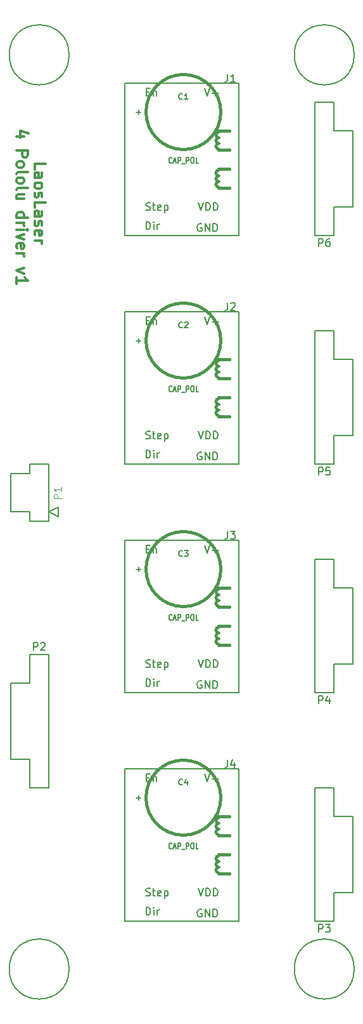
<source format=gto>
G04 (created by PCBNEW (2013-jul-07)-stable) date wo 25 feb 2015 16:47:35 CET*
%MOIN*%
G04 Gerber Fmt 3.4, Leading zero omitted, Abs format*
%FSLAX34Y34*%
G01*
G70*
G90*
G04 APERTURE LIST*
%ADD10C,0.00393701*%
%ADD11C,0.011811*%
%ADD12C,0.015*%
%ADD13C,0.005*%
%ADD14C,0.006*%
%ADD15C,0.0039*%
%ADD16C,0.0075*%
G04 APERTURE END LIST*
G54D10*
G54D11*
X7760Y-16003D02*
X7760Y-15722D01*
X8351Y-15722D01*
X7760Y-16453D02*
X8070Y-16453D01*
X8126Y-16425D01*
X8154Y-16368D01*
X8154Y-16256D01*
X8126Y-16200D01*
X7789Y-16453D02*
X7760Y-16397D01*
X7760Y-16256D01*
X7789Y-16200D01*
X7845Y-16172D01*
X7901Y-16172D01*
X7957Y-16200D01*
X7985Y-16256D01*
X7985Y-16397D01*
X8014Y-16453D01*
X7760Y-16818D02*
X7789Y-16762D01*
X7817Y-16734D01*
X7873Y-16706D01*
X8042Y-16706D01*
X8098Y-16734D01*
X8126Y-16762D01*
X8154Y-16818D01*
X8154Y-16903D01*
X8126Y-16959D01*
X8098Y-16987D01*
X8042Y-17015D01*
X7873Y-17015D01*
X7817Y-16987D01*
X7789Y-16959D01*
X7760Y-16903D01*
X7760Y-16818D01*
X7789Y-17240D02*
X7760Y-17296D01*
X7760Y-17409D01*
X7789Y-17465D01*
X7845Y-17493D01*
X7873Y-17493D01*
X7929Y-17465D01*
X7957Y-17409D01*
X7957Y-17325D01*
X7985Y-17268D01*
X8042Y-17240D01*
X8070Y-17240D01*
X8126Y-17268D01*
X8154Y-17325D01*
X8154Y-17409D01*
X8126Y-17465D01*
X7760Y-18028D02*
X7760Y-17746D01*
X8351Y-17746D01*
X7760Y-18478D02*
X8070Y-18478D01*
X8126Y-18449D01*
X8154Y-18393D01*
X8154Y-18281D01*
X8126Y-18224D01*
X7789Y-18478D02*
X7760Y-18421D01*
X7760Y-18281D01*
X7789Y-18224D01*
X7845Y-18196D01*
X7901Y-18196D01*
X7957Y-18224D01*
X7985Y-18281D01*
X7985Y-18421D01*
X8014Y-18478D01*
X7789Y-18731D02*
X7760Y-18787D01*
X7760Y-18899D01*
X7789Y-18956D01*
X7845Y-18984D01*
X7873Y-18984D01*
X7929Y-18956D01*
X7957Y-18899D01*
X7957Y-18815D01*
X7985Y-18759D01*
X8042Y-18731D01*
X8070Y-18731D01*
X8126Y-18759D01*
X8154Y-18815D01*
X8154Y-18899D01*
X8126Y-18956D01*
X7789Y-19462D02*
X7760Y-19406D01*
X7760Y-19293D01*
X7789Y-19237D01*
X7845Y-19209D01*
X8070Y-19209D01*
X8126Y-19237D01*
X8154Y-19293D01*
X8154Y-19406D01*
X8126Y-19462D01*
X8070Y-19490D01*
X8014Y-19490D01*
X7957Y-19209D01*
X7760Y-19743D02*
X8154Y-19743D01*
X8042Y-19743D02*
X8098Y-19771D01*
X8126Y-19799D01*
X8154Y-19856D01*
X8154Y-19912D01*
X7209Y-14273D02*
X6816Y-14273D01*
X7434Y-14133D02*
X7012Y-13992D01*
X7012Y-14358D01*
X6816Y-15033D02*
X7406Y-15033D01*
X7406Y-15258D01*
X7378Y-15314D01*
X7350Y-15342D01*
X7294Y-15370D01*
X7209Y-15370D01*
X7153Y-15342D01*
X7125Y-15314D01*
X7097Y-15258D01*
X7097Y-15033D01*
X6816Y-15708D02*
X6844Y-15651D01*
X6872Y-15623D01*
X6928Y-15595D01*
X7097Y-15595D01*
X7153Y-15623D01*
X7181Y-15651D01*
X7209Y-15708D01*
X7209Y-15792D01*
X7181Y-15848D01*
X7153Y-15876D01*
X7097Y-15904D01*
X6928Y-15904D01*
X6872Y-15876D01*
X6844Y-15848D01*
X6816Y-15792D01*
X6816Y-15708D01*
X6816Y-16242D02*
X6844Y-16186D01*
X6900Y-16158D01*
X7406Y-16158D01*
X6816Y-16551D02*
X6844Y-16495D01*
X6872Y-16467D01*
X6928Y-16439D01*
X7097Y-16439D01*
X7153Y-16467D01*
X7181Y-16495D01*
X7209Y-16551D01*
X7209Y-16636D01*
X7181Y-16692D01*
X7153Y-16720D01*
X7097Y-16748D01*
X6928Y-16748D01*
X6872Y-16720D01*
X6844Y-16692D01*
X6816Y-16636D01*
X6816Y-16551D01*
X6816Y-17086D02*
X6844Y-17029D01*
X6900Y-17001D01*
X7406Y-17001D01*
X7209Y-17564D02*
X6816Y-17564D01*
X7209Y-17311D02*
X6900Y-17311D01*
X6844Y-17339D01*
X6816Y-17395D01*
X6816Y-17479D01*
X6844Y-17535D01*
X6872Y-17564D01*
X6816Y-18548D02*
X7406Y-18548D01*
X6844Y-18548D02*
X6816Y-18492D01*
X6816Y-18379D01*
X6844Y-18323D01*
X6872Y-18295D01*
X6928Y-18267D01*
X7097Y-18267D01*
X7153Y-18295D01*
X7181Y-18323D01*
X7209Y-18379D01*
X7209Y-18492D01*
X7181Y-18548D01*
X6816Y-18829D02*
X7209Y-18829D01*
X7097Y-18829D02*
X7153Y-18857D01*
X7181Y-18885D01*
X7209Y-18942D01*
X7209Y-18998D01*
X6816Y-19195D02*
X7209Y-19195D01*
X7406Y-19195D02*
X7378Y-19167D01*
X7350Y-19195D01*
X7378Y-19223D01*
X7406Y-19195D01*
X7350Y-19195D01*
X7209Y-19420D02*
X6816Y-19560D01*
X7209Y-19701D01*
X6844Y-20151D02*
X6816Y-20095D01*
X6816Y-19982D01*
X6844Y-19926D01*
X6900Y-19898D01*
X7125Y-19898D01*
X7181Y-19926D01*
X7209Y-19982D01*
X7209Y-20095D01*
X7181Y-20151D01*
X7125Y-20179D01*
X7069Y-20179D01*
X7012Y-19898D01*
X6816Y-20432D02*
X7209Y-20432D01*
X7097Y-20432D02*
X7153Y-20460D01*
X7181Y-20488D01*
X7209Y-20544D01*
X7209Y-20601D01*
X7209Y-21191D02*
X6816Y-21332D01*
X7209Y-21473D01*
X6816Y-22007D02*
X6816Y-21669D01*
X6816Y-21838D02*
X7406Y-21838D01*
X7322Y-21782D01*
X7266Y-21726D01*
X7237Y-21669D01*
G54D12*
X18000Y-26000D02*
X17450Y-26000D01*
X17450Y-27000D02*
X18000Y-27000D01*
X17300Y-26800D02*
G75*
G03X17450Y-26950I150J0D01*
G74*
G01*
X17450Y-26650D02*
G75*
G03X17300Y-26800I0J-150D01*
G74*
G01*
X17300Y-26500D02*
G75*
G03X17450Y-26650I150J0D01*
G74*
G01*
X17450Y-26350D02*
G75*
G03X17300Y-26500I0J-150D01*
G74*
G01*
X17300Y-26200D02*
G75*
G03X17450Y-26350I150J0D01*
G74*
G01*
X17450Y-26050D02*
G75*
G03X17300Y-26200I0J-150D01*
G74*
G01*
X17450Y-28050D02*
G75*
G03X17300Y-28200I0J-150D01*
G74*
G01*
X17300Y-28200D02*
G75*
G03X17450Y-28350I150J0D01*
G74*
G01*
X17450Y-28350D02*
G75*
G03X17300Y-28500I0J-150D01*
G74*
G01*
X17300Y-28500D02*
G75*
G03X17450Y-28650I150J0D01*
G74*
G01*
X17450Y-28650D02*
G75*
G03X17300Y-28800I0J-150D01*
G74*
G01*
X17300Y-28800D02*
G75*
G03X17450Y-28950I150J0D01*
G74*
G01*
X17450Y-29000D02*
X18000Y-29000D01*
X18000Y-28000D02*
X17450Y-28000D01*
G54D13*
X12500Y-23500D02*
X18500Y-23500D01*
X18500Y-23500D02*
X18500Y-31500D01*
X18500Y-31500D02*
X12500Y-31500D01*
X12500Y-31500D02*
X12500Y-23500D01*
G54D12*
X18000Y-38000D02*
X17450Y-38000D01*
X17450Y-39000D02*
X18000Y-39000D01*
X17300Y-38800D02*
G75*
G03X17450Y-38950I150J0D01*
G74*
G01*
X17450Y-38650D02*
G75*
G03X17300Y-38800I0J-150D01*
G74*
G01*
X17300Y-38500D02*
G75*
G03X17450Y-38650I150J0D01*
G74*
G01*
X17450Y-38350D02*
G75*
G03X17300Y-38500I0J-150D01*
G74*
G01*
X17300Y-38200D02*
G75*
G03X17450Y-38350I150J0D01*
G74*
G01*
X17450Y-38050D02*
G75*
G03X17300Y-38200I0J-150D01*
G74*
G01*
X17450Y-40050D02*
G75*
G03X17300Y-40200I0J-150D01*
G74*
G01*
X17300Y-40200D02*
G75*
G03X17450Y-40350I150J0D01*
G74*
G01*
X17450Y-40350D02*
G75*
G03X17300Y-40500I0J-150D01*
G74*
G01*
X17300Y-40500D02*
G75*
G03X17450Y-40650I150J0D01*
G74*
G01*
X17450Y-40650D02*
G75*
G03X17300Y-40800I0J-150D01*
G74*
G01*
X17300Y-40800D02*
G75*
G03X17450Y-40950I150J0D01*
G74*
G01*
X17450Y-41000D02*
X18000Y-41000D01*
X18000Y-40000D02*
X17450Y-40000D01*
G54D13*
X12500Y-35500D02*
X18500Y-35500D01*
X18500Y-35500D02*
X18500Y-43500D01*
X18500Y-43500D02*
X12500Y-43500D01*
X12500Y-43500D02*
X12500Y-35500D01*
G54D12*
X18000Y-50000D02*
X17450Y-50000D01*
X17450Y-51000D02*
X18000Y-51000D01*
X17300Y-50800D02*
G75*
G03X17450Y-50950I150J0D01*
G74*
G01*
X17450Y-50650D02*
G75*
G03X17300Y-50800I0J-150D01*
G74*
G01*
X17300Y-50500D02*
G75*
G03X17450Y-50650I150J0D01*
G74*
G01*
X17450Y-50350D02*
G75*
G03X17300Y-50500I0J-150D01*
G74*
G01*
X17300Y-50200D02*
G75*
G03X17450Y-50350I150J0D01*
G74*
G01*
X17450Y-50050D02*
G75*
G03X17300Y-50200I0J-150D01*
G74*
G01*
X17450Y-52050D02*
G75*
G03X17300Y-52200I0J-150D01*
G74*
G01*
X17300Y-52200D02*
G75*
G03X17450Y-52350I150J0D01*
G74*
G01*
X17450Y-52350D02*
G75*
G03X17300Y-52500I0J-150D01*
G74*
G01*
X17300Y-52500D02*
G75*
G03X17450Y-52650I150J0D01*
G74*
G01*
X17450Y-52650D02*
G75*
G03X17300Y-52800I0J-150D01*
G74*
G01*
X17300Y-52800D02*
G75*
G03X17450Y-52950I150J0D01*
G74*
G01*
X17450Y-53000D02*
X18000Y-53000D01*
X18000Y-52000D02*
X17450Y-52000D01*
G54D13*
X12500Y-47500D02*
X18500Y-47500D01*
X18500Y-47500D02*
X18500Y-55500D01*
X18500Y-55500D02*
X12500Y-55500D01*
X12500Y-55500D02*
X12500Y-47500D01*
G54D12*
X18000Y-14000D02*
X17450Y-14000D01*
X17450Y-15000D02*
X18000Y-15000D01*
X17300Y-14800D02*
G75*
G03X17450Y-14950I150J0D01*
G74*
G01*
X17450Y-14650D02*
G75*
G03X17300Y-14800I0J-150D01*
G74*
G01*
X17300Y-14500D02*
G75*
G03X17450Y-14650I150J0D01*
G74*
G01*
X17450Y-14350D02*
G75*
G03X17300Y-14500I0J-150D01*
G74*
G01*
X17300Y-14200D02*
G75*
G03X17450Y-14350I150J0D01*
G74*
G01*
X17450Y-14050D02*
G75*
G03X17300Y-14200I0J-150D01*
G74*
G01*
X17450Y-16050D02*
G75*
G03X17300Y-16200I0J-150D01*
G74*
G01*
X17300Y-16200D02*
G75*
G03X17450Y-16350I150J0D01*
G74*
G01*
X17450Y-16350D02*
G75*
G03X17300Y-16500I0J-150D01*
G74*
G01*
X17300Y-16500D02*
G75*
G03X17450Y-16650I150J0D01*
G74*
G01*
X17450Y-16650D02*
G75*
G03X17300Y-16800I0J-150D01*
G74*
G01*
X17300Y-16800D02*
G75*
G03X17450Y-16950I150J0D01*
G74*
G01*
X17450Y-17000D02*
X18000Y-17000D01*
X18000Y-16000D02*
X17450Y-16000D01*
G54D13*
X12500Y-11500D02*
X18500Y-11500D01*
X18500Y-11500D02*
X18500Y-19500D01*
X18500Y-19500D02*
X12500Y-19500D01*
X12500Y-19500D02*
X12500Y-11500D01*
G54D14*
X24575Y-58000D02*
G75*
G03X24575Y-58000I-1575J0D01*
G74*
G01*
X9575Y-58000D02*
G75*
G03X9575Y-58000I-1575J0D01*
G74*
G01*
X24575Y-10000D02*
G75*
G03X24575Y-10000I-1575J0D01*
G74*
G01*
X9575Y-10000D02*
G75*
G03X9575Y-10000I-1575J0D01*
G74*
G01*
G54D13*
X7500Y-43000D02*
X7500Y-41500D01*
X7500Y-48500D02*
X7500Y-47000D01*
X7500Y-43000D02*
X6500Y-43000D01*
X6500Y-43000D02*
X6500Y-47000D01*
X6500Y-47000D02*
X7500Y-47000D01*
X8500Y-48500D02*
X8500Y-41500D01*
X7500Y-41500D02*
X8500Y-41500D01*
X7500Y-48500D02*
X8500Y-48500D01*
X23500Y-54000D02*
X23500Y-55500D01*
X23500Y-48500D02*
X23500Y-50000D01*
X23500Y-54000D02*
X24500Y-54000D01*
X24500Y-54000D02*
X24500Y-50000D01*
X24500Y-50000D02*
X23500Y-50000D01*
X22500Y-48500D02*
X22500Y-55500D01*
X23500Y-55500D02*
X22500Y-55500D01*
X23500Y-48500D02*
X22500Y-48500D01*
X23500Y-42000D02*
X23500Y-43500D01*
X23500Y-36500D02*
X23500Y-38000D01*
X23500Y-42000D02*
X24500Y-42000D01*
X24500Y-42000D02*
X24500Y-38000D01*
X24500Y-38000D02*
X23500Y-38000D01*
X22500Y-36500D02*
X22500Y-43500D01*
X23500Y-43500D02*
X22500Y-43500D01*
X23500Y-36500D02*
X22500Y-36500D01*
X23500Y-30000D02*
X23500Y-31500D01*
X23500Y-24500D02*
X23500Y-26000D01*
X23500Y-30000D02*
X24500Y-30000D01*
X24500Y-30000D02*
X24500Y-26000D01*
X24500Y-26000D02*
X23500Y-26000D01*
X22500Y-24500D02*
X22500Y-31500D01*
X23500Y-31500D02*
X22500Y-31500D01*
X23500Y-24500D02*
X22500Y-24500D01*
X23500Y-18000D02*
X23500Y-19500D01*
X23500Y-12500D02*
X23500Y-14000D01*
X23500Y-18000D02*
X24500Y-18000D01*
X24500Y-18000D02*
X24500Y-14000D01*
X24500Y-14000D02*
X23500Y-14000D01*
X22500Y-12500D02*
X22500Y-19500D01*
X23500Y-19500D02*
X22500Y-19500D01*
X23500Y-12500D02*
X22500Y-12500D01*
X8500Y-34500D02*
X8500Y-31500D01*
X8500Y-31500D02*
X7500Y-31500D01*
X7500Y-31500D02*
X7500Y-32000D01*
X7500Y-32000D02*
X6500Y-32000D01*
X6500Y-32000D02*
X6500Y-34000D01*
X6500Y-34000D02*
X7500Y-34000D01*
X7500Y-34000D02*
X7500Y-34500D01*
X7500Y-34500D02*
X8500Y-34500D01*
G54D14*
X8500Y-34000D02*
X9000Y-34250D01*
X9000Y-34250D02*
X9000Y-33750D01*
X9000Y-33750D02*
X8500Y-34000D01*
G54D12*
X17559Y-13000D02*
G75*
G03X17559Y-13000I-1969J0D01*
G74*
G01*
X17559Y-25000D02*
G75*
G03X17559Y-25000I-1969J0D01*
G74*
G01*
X17559Y-37000D02*
G75*
G03X17559Y-37000I-1969J0D01*
G74*
G01*
X17559Y-49000D02*
G75*
G03X17559Y-49000I-1969J0D01*
G74*
G01*
G54D14*
X17916Y-23011D02*
X17916Y-23297D01*
X17897Y-23354D01*
X17859Y-23392D01*
X17802Y-23411D01*
X17764Y-23411D01*
X18088Y-23050D02*
X18107Y-23030D01*
X18145Y-23011D01*
X18240Y-23011D01*
X18278Y-23030D01*
X18297Y-23050D01*
X18316Y-23088D01*
X18316Y-23126D01*
X18297Y-23183D01*
X18069Y-23411D01*
X18316Y-23411D01*
X16719Y-23761D02*
X16852Y-24161D01*
X16985Y-23761D01*
X17119Y-24009D02*
X17423Y-24009D01*
X17271Y-24161D02*
X17271Y-23857D01*
X16366Y-29761D02*
X16500Y-30161D01*
X16633Y-29761D01*
X16766Y-30161D02*
X16766Y-29761D01*
X16861Y-29761D01*
X16919Y-29780D01*
X16957Y-29819D01*
X16976Y-29857D01*
X16995Y-29933D01*
X16995Y-29990D01*
X16976Y-30066D01*
X16957Y-30104D01*
X16919Y-30142D01*
X16861Y-30161D01*
X16766Y-30161D01*
X17166Y-30161D02*
X17166Y-29761D01*
X17261Y-29761D01*
X17319Y-29780D01*
X17357Y-29819D01*
X17376Y-29857D01*
X17395Y-29933D01*
X17395Y-29990D01*
X17376Y-30066D01*
X17357Y-30104D01*
X17319Y-30142D01*
X17261Y-30161D01*
X17166Y-30161D01*
X16545Y-30880D02*
X16507Y-30861D01*
X16450Y-30861D01*
X16392Y-30880D01*
X16354Y-30919D01*
X16335Y-30957D01*
X16316Y-31033D01*
X16316Y-31090D01*
X16335Y-31166D01*
X16354Y-31204D01*
X16392Y-31242D01*
X16450Y-31261D01*
X16488Y-31261D01*
X16545Y-31242D01*
X16564Y-31223D01*
X16564Y-31090D01*
X16488Y-31090D01*
X16735Y-31261D02*
X16735Y-30861D01*
X16964Y-31261D01*
X16964Y-30861D01*
X17154Y-31261D02*
X17154Y-30861D01*
X17250Y-30861D01*
X17307Y-30880D01*
X17345Y-30919D01*
X17364Y-30957D01*
X17383Y-31033D01*
X17383Y-31090D01*
X17364Y-31166D01*
X17345Y-31204D01*
X17307Y-31242D01*
X17250Y-31261D01*
X17154Y-31261D01*
X13626Y-31161D02*
X13626Y-30761D01*
X13721Y-30761D01*
X13778Y-30780D01*
X13816Y-30819D01*
X13835Y-30857D01*
X13854Y-30933D01*
X13854Y-30990D01*
X13835Y-31066D01*
X13816Y-31104D01*
X13778Y-31142D01*
X13721Y-31161D01*
X13626Y-31161D01*
X14026Y-31161D02*
X14026Y-30895D01*
X14026Y-30761D02*
X14007Y-30780D01*
X14026Y-30800D01*
X14045Y-30780D01*
X14026Y-30761D01*
X14026Y-30800D01*
X14216Y-31161D02*
X14216Y-30895D01*
X14216Y-30971D02*
X14235Y-30933D01*
X14254Y-30914D01*
X14292Y-30895D01*
X14330Y-30895D01*
X13619Y-30142D02*
X13676Y-30161D01*
X13771Y-30161D01*
X13809Y-30142D01*
X13828Y-30123D01*
X13847Y-30085D01*
X13847Y-30047D01*
X13828Y-30009D01*
X13809Y-29990D01*
X13771Y-29971D01*
X13695Y-29952D01*
X13657Y-29933D01*
X13638Y-29914D01*
X13619Y-29876D01*
X13619Y-29838D01*
X13638Y-29800D01*
X13657Y-29780D01*
X13695Y-29761D01*
X13790Y-29761D01*
X13847Y-29780D01*
X13961Y-29895D02*
X14114Y-29895D01*
X14019Y-29761D02*
X14019Y-30104D01*
X14038Y-30142D01*
X14076Y-30161D01*
X14114Y-30161D01*
X14400Y-30142D02*
X14361Y-30161D01*
X14285Y-30161D01*
X14247Y-30142D01*
X14228Y-30104D01*
X14228Y-29952D01*
X14247Y-29914D01*
X14285Y-29895D01*
X14361Y-29895D01*
X14400Y-29914D01*
X14419Y-29952D01*
X14419Y-29990D01*
X14228Y-30028D01*
X14590Y-29895D02*
X14590Y-30295D01*
X14590Y-29914D02*
X14628Y-29895D01*
X14704Y-29895D01*
X14742Y-29914D01*
X14761Y-29933D01*
X14780Y-29971D01*
X14780Y-30085D01*
X14761Y-30123D01*
X14742Y-30142D01*
X14704Y-30161D01*
X14628Y-30161D01*
X14590Y-30142D01*
X13633Y-23952D02*
X13766Y-23952D01*
X13823Y-24161D02*
X13633Y-24161D01*
X13633Y-23761D01*
X13823Y-23761D01*
X13995Y-23895D02*
X13995Y-24161D01*
X13995Y-23933D02*
X14014Y-23914D01*
X14052Y-23895D01*
X14109Y-23895D01*
X14147Y-23914D01*
X14166Y-23952D01*
X14166Y-24161D01*
X17916Y-35011D02*
X17916Y-35297D01*
X17897Y-35354D01*
X17859Y-35392D01*
X17802Y-35411D01*
X17764Y-35411D01*
X18069Y-35011D02*
X18316Y-35011D01*
X18183Y-35164D01*
X18240Y-35164D01*
X18278Y-35183D01*
X18297Y-35202D01*
X18316Y-35240D01*
X18316Y-35335D01*
X18297Y-35373D01*
X18278Y-35392D01*
X18240Y-35411D01*
X18126Y-35411D01*
X18088Y-35392D01*
X18069Y-35373D01*
X16719Y-35761D02*
X16852Y-36161D01*
X16985Y-35761D01*
X17119Y-36009D02*
X17423Y-36009D01*
X17271Y-36161D02*
X17271Y-35857D01*
X16366Y-41761D02*
X16500Y-42161D01*
X16633Y-41761D01*
X16766Y-42161D02*
X16766Y-41761D01*
X16861Y-41761D01*
X16919Y-41780D01*
X16957Y-41819D01*
X16976Y-41857D01*
X16995Y-41933D01*
X16995Y-41990D01*
X16976Y-42066D01*
X16957Y-42104D01*
X16919Y-42142D01*
X16861Y-42161D01*
X16766Y-42161D01*
X17166Y-42161D02*
X17166Y-41761D01*
X17261Y-41761D01*
X17319Y-41780D01*
X17357Y-41819D01*
X17376Y-41857D01*
X17395Y-41933D01*
X17395Y-41990D01*
X17376Y-42066D01*
X17357Y-42104D01*
X17319Y-42142D01*
X17261Y-42161D01*
X17166Y-42161D01*
X16545Y-42880D02*
X16507Y-42861D01*
X16450Y-42861D01*
X16392Y-42880D01*
X16354Y-42919D01*
X16335Y-42957D01*
X16316Y-43033D01*
X16316Y-43090D01*
X16335Y-43166D01*
X16354Y-43204D01*
X16392Y-43242D01*
X16450Y-43261D01*
X16488Y-43261D01*
X16545Y-43242D01*
X16564Y-43223D01*
X16564Y-43090D01*
X16488Y-43090D01*
X16735Y-43261D02*
X16735Y-42861D01*
X16964Y-43261D01*
X16964Y-42861D01*
X17154Y-43261D02*
X17154Y-42861D01*
X17250Y-42861D01*
X17307Y-42880D01*
X17345Y-42919D01*
X17364Y-42957D01*
X17383Y-43033D01*
X17383Y-43090D01*
X17364Y-43166D01*
X17345Y-43204D01*
X17307Y-43242D01*
X17250Y-43261D01*
X17154Y-43261D01*
X13626Y-43161D02*
X13626Y-42761D01*
X13721Y-42761D01*
X13778Y-42780D01*
X13816Y-42819D01*
X13835Y-42857D01*
X13854Y-42933D01*
X13854Y-42990D01*
X13835Y-43066D01*
X13816Y-43104D01*
X13778Y-43142D01*
X13721Y-43161D01*
X13626Y-43161D01*
X14026Y-43161D02*
X14026Y-42895D01*
X14026Y-42761D02*
X14007Y-42780D01*
X14026Y-42800D01*
X14045Y-42780D01*
X14026Y-42761D01*
X14026Y-42800D01*
X14216Y-43161D02*
X14216Y-42895D01*
X14216Y-42971D02*
X14235Y-42933D01*
X14254Y-42914D01*
X14292Y-42895D01*
X14330Y-42895D01*
X13619Y-42142D02*
X13676Y-42161D01*
X13771Y-42161D01*
X13809Y-42142D01*
X13828Y-42123D01*
X13847Y-42085D01*
X13847Y-42047D01*
X13828Y-42009D01*
X13809Y-41990D01*
X13771Y-41971D01*
X13695Y-41952D01*
X13657Y-41933D01*
X13638Y-41914D01*
X13619Y-41876D01*
X13619Y-41838D01*
X13638Y-41800D01*
X13657Y-41780D01*
X13695Y-41761D01*
X13790Y-41761D01*
X13847Y-41780D01*
X13961Y-41895D02*
X14114Y-41895D01*
X14019Y-41761D02*
X14019Y-42104D01*
X14038Y-42142D01*
X14076Y-42161D01*
X14114Y-42161D01*
X14400Y-42142D02*
X14361Y-42161D01*
X14285Y-42161D01*
X14247Y-42142D01*
X14228Y-42104D01*
X14228Y-41952D01*
X14247Y-41914D01*
X14285Y-41895D01*
X14361Y-41895D01*
X14400Y-41914D01*
X14419Y-41952D01*
X14419Y-41990D01*
X14228Y-42028D01*
X14590Y-41895D02*
X14590Y-42295D01*
X14590Y-41914D02*
X14628Y-41895D01*
X14704Y-41895D01*
X14742Y-41914D01*
X14761Y-41933D01*
X14780Y-41971D01*
X14780Y-42085D01*
X14761Y-42123D01*
X14742Y-42142D01*
X14704Y-42161D01*
X14628Y-42161D01*
X14590Y-42142D01*
X13633Y-35952D02*
X13766Y-35952D01*
X13823Y-36161D02*
X13633Y-36161D01*
X13633Y-35761D01*
X13823Y-35761D01*
X13995Y-35895D02*
X13995Y-36161D01*
X13995Y-35933D02*
X14014Y-35914D01*
X14052Y-35895D01*
X14109Y-35895D01*
X14147Y-35914D01*
X14166Y-35952D01*
X14166Y-36161D01*
X17916Y-47011D02*
X17916Y-47297D01*
X17897Y-47354D01*
X17859Y-47392D01*
X17802Y-47411D01*
X17764Y-47411D01*
X18278Y-47145D02*
X18278Y-47411D01*
X18183Y-46992D02*
X18088Y-47278D01*
X18335Y-47278D01*
X16719Y-47761D02*
X16852Y-48161D01*
X16985Y-47761D01*
X17119Y-48009D02*
X17423Y-48009D01*
X17271Y-48161D02*
X17271Y-47857D01*
X16366Y-53761D02*
X16500Y-54161D01*
X16633Y-53761D01*
X16766Y-54161D02*
X16766Y-53761D01*
X16861Y-53761D01*
X16919Y-53780D01*
X16957Y-53819D01*
X16976Y-53857D01*
X16995Y-53933D01*
X16995Y-53990D01*
X16976Y-54066D01*
X16957Y-54104D01*
X16919Y-54142D01*
X16861Y-54161D01*
X16766Y-54161D01*
X17166Y-54161D02*
X17166Y-53761D01*
X17261Y-53761D01*
X17319Y-53780D01*
X17357Y-53819D01*
X17376Y-53857D01*
X17395Y-53933D01*
X17395Y-53990D01*
X17376Y-54066D01*
X17357Y-54104D01*
X17319Y-54142D01*
X17261Y-54161D01*
X17166Y-54161D01*
X16545Y-54880D02*
X16507Y-54861D01*
X16450Y-54861D01*
X16392Y-54880D01*
X16354Y-54919D01*
X16335Y-54957D01*
X16316Y-55033D01*
X16316Y-55090D01*
X16335Y-55166D01*
X16354Y-55204D01*
X16392Y-55242D01*
X16450Y-55261D01*
X16488Y-55261D01*
X16545Y-55242D01*
X16564Y-55223D01*
X16564Y-55090D01*
X16488Y-55090D01*
X16735Y-55261D02*
X16735Y-54861D01*
X16964Y-55261D01*
X16964Y-54861D01*
X17154Y-55261D02*
X17154Y-54861D01*
X17250Y-54861D01*
X17307Y-54880D01*
X17345Y-54919D01*
X17364Y-54957D01*
X17383Y-55033D01*
X17383Y-55090D01*
X17364Y-55166D01*
X17345Y-55204D01*
X17307Y-55242D01*
X17250Y-55261D01*
X17154Y-55261D01*
X13626Y-55161D02*
X13626Y-54761D01*
X13721Y-54761D01*
X13778Y-54780D01*
X13816Y-54819D01*
X13835Y-54857D01*
X13854Y-54933D01*
X13854Y-54990D01*
X13835Y-55066D01*
X13816Y-55104D01*
X13778Y-55142D01*
X13721Y-55161D01*
X13626Y-55161D01*
X14026Y-55161D02*
X14026Y-54895D01*
X14026Y-54761D02*
X14007Y-54780D01*
X14026Y-54800D01*
X14045Y-54780D01*
X14026Y-54761D01*
X14026Y-54800D01*
X14216Y-55161D02*
X14216Y-54895D01*
X14216Y-54971D02*
X14235Y-54933D01*
X14254Y-54914D01*
X14292Y-54895D01*
X14330Y-54895D01*
X13619Y-54142D02*
X13676Y-54161D01*
X13771Y-54161D01*
X13809Y-54142D01*
X13828Y-54123D01*
X13847Y-54085D01*
X13847Y-54047D01*
X13828Y-54009D01*
X13809Y-53990D01*
X13771Y-53971D01*
X13695Y-53952D01*
X13657Y-53933D01*
X13638Y-53914D01*
X13619Y-53876D01*
X13619Y-53838D01*
X13638Y-53800D01*
X13657Y-53780D01*
X13695Y-53761D01*
X13790Y-53761D01*
X13847Y-53780D01*
X13961Y-53895D02*
X14114Y-53895D01*
X14019Y-53761D02*
X14019Y-54104D01*
X14038Y-54142D01*
X14076Y-54161D01*
X14114Y-54161D01*
X14400Y-54142D02*
X14361Y-54161D01*
X14285Y-54161D01*
X14247Y-54142D01*
X14228Y-54104D01*
X14228Y-53952D01*
X14247Y-53914D01*
X14285Y-53895D01*
X14361Y-53895D01*
X14400Y-53914D01*
X14419Y-53952D01*
X14419Y-53990D01*
X14228Y-54028D01*
X14590Y-53895D02*
X14590Y-54295D01*
X14590Y-53914D02*
X14628Y-53895D01*
X14704Y-53895D01*
X14742Y-53914D01*
X14761Y-53933D01*
X14780Y-53971D01*
X14780Y-54085D01*
X14761Y-54123D01*
X14742Y-54142D01*
X14704Y-54161D01*
X14628Y-54161D01*
X14590Y-54142D01*
X13633Y-47952D02*
X13766Y-47952D01*
X13823Y-48161D02*
X13633Y-48161D01*
X13633Y-47761D01*
X13823Y-47761D01*
X13995Y-47895D02*
X13995Y-48161D01*
X13995Y-47933D02*
X14014Y-47914D01*
X14052Y-47895D01*
X14109Y-47895D01*
X14147Y-47914D01*
X14166Y-47952D01*
X14166Y-48161D01*
X17916Y-11011D02*
X17916Y-11297D01*
X17897Y-11354D01*
X17859Y-11392D01*
X17802Y-11411D01*
X17764Y-11411D01*
X18316Y-11411D02*
X18088Y-11411D01*
X18202Y-11411D02*
X18202Y-11011D01*
X18164Y-11069D01*
X18126Y-11107D01*
X18088Y-11126D01*
X16719Y-11761D02*
X16852Y-12161D01*
X16985Y-11761D01*
X17119Y-12009D02*
X17423Y-12009D01*
X17271Y-12161D02*
X17271Y-11857D01*
X16366Y-17761D02*
X16500Y-18161D01*
X16633Y-17761D01*
X16766Y-18161D02*
X16766Y-17761D01*
X16861Y-17761D01*
X16919Y-17780D01*
X16957Y-17819D01*
X16976Y-17857D01*
X16995Y-17933D01*
X16995Y-17990D01*
X16976Y-18066D01*
X16957Y-18104D01*
X16919Y-18142D01*
X16861Y-18161D01*
X16766Y-18161D01*
X17166Y-18161D02*
X17166Y-17761D01*
X17261Y-17761D01*
X17319Y-17780D01*
X17357Y-17819D01*
X17376Y-17857D01*
X17395Y-17933D01*
X17395Y-17990D01*
X17376Y-18066D01*
X17357Y-18104D01*
X17319Y-18142D01*
X17261Y-18161D01*
X17166Y-18161D01*
X16545Y-18880D02*
X16507Y-18861D01*
X16450Y-18861D01*
X16392Y-18880D01*
X16354Y-18919D01*
X16335Y-18957D01*
X16316Y-19033D01*
X16316Y-19090D01*
X16335Y-19166D01*
X16354Y-19204D01*
X16392Y-19242D01*
X16450Y-19261D01*
X16488Y-19261D01*
X16545Y-19242D01*
X16564Y-19223D01*
X16564Y-19090D01*
X16488Y-19090D01*
X16735Y-19261D02*
X16735Y-18861D01*
X16964Y-19261D01*
X16964Y-18861D01*
X17154Y-19261D02*
X17154Y-18861D01*
X17250Y-18861D01*
X17307Y-18880D01*
X17345Y-18919D01*
X17364Y-18957D01*
X17383Y-19033D01*
X17383Y-19090D01*
X17364Y-19166D01*
X17345Y-19204D01*
X17307Y-19242D01*
X17250Y-19261D01*
X17154Y-19261D01*
X13626Y-19161D02*
X13626Y-18761D01*
X13721Y-18761D01*
X13778Y-18780D01*
X13816Y-18819D01*
X13835Y-18857D01*
X13854Y-18933D01*
X13854Y-18990D01*
X13835Y-19066D01*
X13816Y-19104D01*
X13778Y-19142D01*
X13721Y-19161D01*
X13626Y-19161D01*
X14026Y-19161D02*
X14026Y-18895D01*
X14026Y-18761D02*
X14007Y-18780D01*
X14026Y-18800D01*
X14045Y-18780D01*
X14026Y-18761D01*
X14026Y-18800D01*
X14216Y-19161D02*
X14216Y-18895D01*
X14216Y-18971D02*
X14235Y-18933D01*
X14254Y-18914D01*
X14292Y-18895D01*
X14330Y-18895D01*
X13619Y-18142D02*
X13676Y-18161D01*
X13771Y-18161D01*
X13809Y-18142D01*
X13828Y-18123D01*
X13847Y-18085D01*
X13847Y-18047D01*
X13828Y-18009D01*
X13809Y-17990D01*
X13771Y-17971D01*
X13695Y-17952D01*
X13657Y-17933D01*
X13638Y-17914D01*
X13619Y-17876D01*
X13619Y-17838D01*
X13638Y-17800D01*
X13657Y-17780D01*
X13695Y-17761D01*
X13790Y-17761D01*
X13847Y-17780D01*
X13961Y-17895D02*
X14114Y-17895D01*
X14019Y-17761D02*
X14019Y-18104D01*
X14038Y-18142D01*
X14076Y-18161D01*
X14114Y-18161D01*
X14400Y-18142D02*
X14361Y-18161D01*
X14285Y-18161D01*
X14247Y-18142D01*
X14228Y-18104D01*
X14228Y-17952D01*
X14247Y-17914D01*
X14285Y-17895D01*
X14361Y-17895D01*
X14400Y-17914D01*
X14419Y-17952D01*
X14419Y-17990D01*
X14228Y-18028D01*
X14590Y-17895D02*
X14590Y-18295D01*
X14590Y-17914D02*
X14628Y-17895D01*
X14704Y-17895D01*
X14742Y-17914D01*
X14761Y-17933D01*
X14780Y-17971D01*
X14780Y-18085D01*
X14761Y-18123D01*
X14742Y-18142D01*
X14704Y-18161D01*
X14628Y-18161D01*
X14590Y-18142D01*
X13633Y-11952D02*
X13766Y-11952D01*
X13823Y-12161D02*
X13633Y-12161D01*
X13633Y-11761D01*
X13823Y-11761D01*
X13995Y-11895D02*
X13995Y-12161D01*
X13995Y-11933D02*
X14014Y-11914D01*
X14052Y-11895D01*
X14109Y-11895D01*
X14147Y-11914D01*
X14166Y-11952D01*
X14166Y-12161D01*
X7704Y-41261D02*
X7704Y-40861D01*
X7857Y-40861D01*
X7895Y-40880D01*
X7914Y-40900D01*
X7933Y-40938D01*
X7933Y-40995D01*
X7914Y-41033D01*
X7895Y-41052D01*
X7857Y-41071D01*
X7704Y-41071D01*
X8085Y-40900D02*
X8104Y-40880D01*
X8142Y-40861D01*
X8238Y-40861D01*
X8276Y-40880D01*
X8295Y-40900D01*
X8314Y-40938D01*
X8314Y-40976D01*
X8295Y-41033D01*
X8066Y-41261D01*
X8314Y-41261D01*
X22704Y-56061D02*
X22704Y-55661D01*
X22857Y-55661D01*
X22895Y-55680D01*
X22914Y-55700D01*
X22933Y-55738D01*
X22933Y-55795D01*
X22914Y-55833D01*
X22895Y-55852D01*
X22857Y-55871D01*
X22704Y-55871D01*
X23066Y-55661D02*
X23314Y-55661D01*
X23180Y-55814D01*
X23238Y-55814D01*
X23276Y-55833D01*
X23295Y-55852D01*
X23314Y-55890D01*
X23314Y-55985D01*
X23295Y-56023D01*
X23276Y-56042D01*
X23238Y-56061D01*
X23123Y-56061D01*
X23085Y-56042D01*
X23066Y-56023D01*
X22704Y-44061D02*
X22704Y-43661D01*
X22857Y-43661D01*
X22895Y-43680D01*
X22914Y-43700D01*
X22933Y-43738D01*
X22933Y-43795D01*
X22914Y-43833D01*
X22895Y-43852D01*
X22857Y-43871D01*
X22704Y-43871D01*
X23276Y-43795D02*
X23276Y-44061D01*
X23180Y-43642D02*
X23085Y-43928D01*
X23333Y-43928D01*
X22704Y-32061D02*
X22704Y-31661D01*
X22857Y-31661D01*
X22895Y-31680D01*
X22914Y-31700D01*
X22933Y-31738D01*
X22933Y-31795D01*
X22914Y-31833D01*
X22895Y-31852D01*
X22857Y-31871D01*
X22704Y-31871D01*
X23295Y-31661D02*
X23104Y-31661D01*
X23085Y-31852D01*
X23104Y-31833D01*
X23142Y-31814D01*
X23238Y-31814D01*
X23276Y-31833D01*
X23295Y-31852D01*
X23314Y-31890D01*
X23314Y-31985D01*
X23295Y-32023D01*
X23276Y-32042D01*
X23238Y-32061D01*
X23142Y-32061D01*
X23104Y-32042D01*
X23085Y-32023D01*
X22704Y-20061D02*
X22704Y-19661D01*
X22857Y-19661D01*
X22895Y-19680D01*
X22914Y-19700D01*
X22933Y-19738D01*
X22933Y-19795D01*
X22914Y-19833D01*
X22895Y-19852D01*
X22857Y-19871D01*
X22704Y-19871D01*
X23276Y-19661D02*
X23200Y-19661D01*
X23161Y-19680D01*
X23142Y-19700D01*
X23104Y-19757D01*
X23085Y-19833D01*
X23085Y-19985D01*
X23104Y-20023D01*
X23123Y-20042D01*
X23161Y-20061D01*
X23238Y-20061D01*
X23276Y-20042D01*
X23295Y-20023D01*
X23314Y-19985D01*
X23314Y-19890D01*
X23295Y-19852D01*
X23276Y-19833D01*
X23238Y-19814D01*
X23161Y-19814D01*
X23123Y-19833D01*
X23104Y-19852D01*
X23085Y-19890D01*
G54D15*
X9159Y-33290D02*
X8765Y-33290D01*
X8765Y-33140D01*
X8784Y-33103D01*
X8803Y-33084D01*
X8840Y-33065D01*
X8896Y-33065D01*
X8934Y-33084D01*
X8953Y-33103D01*
X8971Y-33140D01*
X8971Y-33290D01*
X9159Y-32690D02*
X9159Y-32915D01*
X9159Y-32803D02*
X8765Y-32803D01*
X8821Y-32840D01*
X8859Y-32878D01*
X8878Y-32915D01*
G54D13*
X15541Y-12305D02*
X15526Y-12320D01*
X15483Y-12334D01*
X15455Y-12334D01*
X15412Y-12320D01*
X15383Y-12291D01*
X15369Y-12263D01*
X15355Y-12205D01*
X15355Y-12163D01*
X15369Y-12105D01*
X15383Y-12077D01*
X15412Y-12048D01*
X15455Y-12034D01*
X15483Y-12034D01*
X15526Y-12048D01*
X15541Y-12063D01*
X15826Y-12334D02*
X15655Y-12334D01*
X15741Y-12334D02*
X15741Y-12034D01*
X15712Y-12077D01*
X15683Y-12105D01*
X15655Y-12120D01*
X14983Y-15651D02*
X14971Y-15666D01*
X14936Y-15680D01*
X14912Y-15680D01*
X14876Y-15666D01*
X14852Y-15637D01*
X14840Y-15609D01*
X14829Y-15551D01*
X14829Y-15509D01*
X14840Y-15451D01*
X14852Y-15423D01*
X14876Y-15394D01*
X14912Y-15380D01*
X14936Y-15380D01*
X14971Y-15394D01*
X14983Y-15409D01*
X15079Y-15594D02*
X15198Y-15594D01*
X15055Y-15680D02*
X15138Y-15380D01*
X15221Y-15680D01*
X15305Y-15680D02*
X15305Y-15380D01*
X15400Y-15380D01*
X15424Y-15394D01*
X15436Y-15409D01*
X15448Y-15437D01*
X15448Y-15480D01*
X15436Y-15509D01*
X15424Y-15523D01*
X15400Y-15537D01*
X15305Y-15537D01*
X15495Y-15709D02*
X15686Y-15709D01*
X15745Y-15680D02*
X15745Y-15380D01*
X15841Y-15380D01*
X15864Y-15394D01*
X15876Y-15409D01*
X15888Y-15437D01*
X15888Y-15480D01*
X15876Y-15509D01*
X15864Y-15523D01*
X15841Y-15537D01*
X15745Y-15537D01*
X16043Y-15380D02*
X16091Y-15380D01*
X16114Y-15394D01*
X16138Y-15423D01*
X16150Y-15480D01*
X16150Y-15580D01*
X16138Y-15637D01*
X16114Y-15666D01*
X16091Y-15680D01*
X16043Y-15680D01*
X16019Y-15666D01*
X15995Y-15637D01*
X15983Y-15580D01*
X15983Y-15480D01*
X15995Y-15423D01*
X16019Y-15394D01*
X16043Y-15380D01*
X16376Y-15680D02*
X16257Y-15680D01*
X16257Y-15380D01*
G54D16*
X13113Y-13007D02*
X13342Y-13007D01*
X13228Y-13121D02*
X13228Y-12892D01*
G54D13*
X15541Y-24305D02*
X15526Y-24320D01*
X15483Y-24334D01*
X15455Y-24334D01*
X15412Y-24320D01*
X15383Y-24291D01*
X15369Y-24263D01*
X15355Y-24205D01*
X15355Y-24163D01*
X15369Y-24105D01*
X15383Y-24077D01*
X15412Y-24048D01*
X15455Y-24034D01*
X15483Y-24034D01*
X15526Y-24048D01*
X15541Y-24063D01*
X15655Y-24063D02*
X15669Y-24048D01*
X15698Y-24034D01*
X15769Y-24034D01*
X15798Y-24048D01*
X15812Y-24063D01*
X15826Y-24091D01*
X15826Y-24120D01*
X15812Y-24163D01*
X15641Y-24334D01*
X15826Y-24334D01*
X14983Y-27651D02*
X14971Y-27666D01*
X14936Y-27680D01*
X14912Y-27680D01*
X14876Y-27666D01*
X14852Y-27637D01*
X14840Y-27609D01*
X14829Y-27551D01*
X14829Y-27509D01*
X14840Y-27451D01*
X14852Y-27423D01*
X14876Y-27394D01*
X14912Y-27380D01*
X14936Y-27380D01*
X14971Y-27394D01*
X14983Y-27409D01*
X15079Y-27594D02*
X15198Y-27594D01*
X15055Y-27680D02*
X15138Y-27380D01*
X15221Y-27680D01*
X15305Y-27680D02*
X15305Y-27380D01*
X15400Y-27380D01*
X15424Y-27394D01*
X15436Y-27409D01*
X15448Y-27437D01*
X15448Y-27480D01*
X15436Y-27509D01*
X15424Y-27523D01*
X15400Y-27537D01*
X15305Y-27537D01*
X15495Y-27709D02*
X15686Y-27709D01*
X15745Y-27680D02*
X15745Y-27380D01*
X15841Y-27380D01*
X15864Y-27394D01*
X15876Y-27409D01*
X15888Y-27437D01*
X15888Y-27480D01*
X15876Y-27509D01*
X15864Y-27523D01*
X15841Y-27537D01*
X15745Y-27537D01*
X16043Y-27380D02*
X16091Y-27380D01*
X16114Y-27394D01*
X16138Y-27423D01*
X16150Y-27480D01*
X16150Y-27580D01*
X16138Y-27637D01*
X16114Y-27666D01*
X16091Y-27680D01*
X16043Y-27680D01*
X16019Y-27666D01*
X15995Y-27637D01*
X15983Y-27580D01*
X15983Y-27480D01*
X15995Y-27423D01*
X16019Y-27394D01*
X16043Y-27380D01*
X16376Y-27680D02*
X16257Y-27680D01*
X16257Y-27380D01*
G54D16*
X13113Y-25007D02*
X13342Y-25007D01*
X13228Y-25121D02*
X13228Y-24892D01*
G54D13*
X15541Y-36305D02*
X15526Y-36320D01*
X15483Y-36334D01*
X15455Y-36334D01*
X15412Y-36320D01*
X15383Y-36291D01*
X15369Y-36263D01*
X15355Y-36205D01*
X15355Y-36163D01*
X15369Y-36105D01*
X15383Y-36077D01*
X15412Y-36048D01*
X15455Y-36034D01*
X15483Y-36034D01*
X15526Y-36048D01*
X15541Y-36063D01*
X15641Y-36034D02*
X15826Y-36034D01*
X15726Y-36148D01*
X15769Y-36148D01*
X15798Y-36163D01*
X15812Y-36177D01*
X15826Y-36205D01*
X15826Y-36277D01*
X15812Y-36305D01*
X15798Y-36320D01*
X15769Y-36334D01*
X15683Y-36334D01*
X15655Y-36320D01*
X15641Y-36305D01*
X14983Y-39651D02*
X14971Y-39666D01*
X14936Y-39680D01*
X14912Y-39680D01*
X14876Y-39666D01*
X14852Y-39637D01*
X14840Y-39609D01*
X14829Y-39551D01*
X14829Y-39509D01*
X14840Y-39451D01*
X14852Y-39423D01*
X14876Y-39394D01*
X14912Y-39380D01*
X14936Y-39380D01*
X14971Y-39394D01*
X14983Y-39409D01*
X15079Y-39594D02*
X15198Y-39594D01*
X15055Y-39680D02*
X15138Y-39380D01*
X15221Y-39680D01*
X15305Y-39680D02*
X15305Y-39380D01*
X15400Y-39380D01*
X15424Y-39394D01*
X15436Y-39409D01*
X15448Y-39437D01*
X15448Y-39480D01*
X15436Y-39509D01*
X15424Y-39523D01*
X15400Y-39537D01*
X15305Y-39537D01*
X15495Y-39709D02*
X15686Y-39709D01*
X15745Y-39680D02*
X15745Y-39380D01*
X15841Y-39380D01*
X15864Y-39394D01*
X15876Y-39409D01*
X15888Y-39437D01*
X15888Y-39480D01*
X15876Y-39509D01*
X15864Y-39523D01*
X15841Y-39537D01*
X15745Y-39537D01*
X16043Y-39380D02*
X16091Y-39380D01*
X16114Y-39394D01*
X16138Y-39423D01*
X16150Y-39480D01*
X16150Y-39580D01*
X16138Y-39637D01*
X16114Y-39666D01*
X16091Y-39680D01*
X16043Y-39680D01*
X16019Y-39666D01*
X15995Y-39637D01*
X15983Y-39580D01*
X15983Y-39480D01*
X15995Y-39423D01*
X16019Y-39394D01*
X16043Y-39380D01*
X16376Y-39680D02*
X16257Y-39680D01*
X16257Y-39380D01*
G54D16*
X13113Y-37007D02*
X13342Y-37007D01*
X13228Y-37121D02*
X13228Y-36892D01*
G54D13*
X15541Y-48305D02*
X15526Y-48320D01*
X15483Y-48334D01*
X15455Y-48334D01*
X15412Y-48320D01*
X15383Y-48291D01*
X15369Y-48263D01*
X15355Y-48205D01*
X15355Y-48163D01*
X15369Y-48105D01*
X15383Y-48077D01*
X15412Y-48048D01*
X15455Y-48034D01*
X15483Y-48034D01*
X15526Y-48048D01*
X15541Y-48063D01*
X15798Y-48134D02*
X15798Y-48334D01*
X15726Y-48020D02*
X15655Y-48234D01*
X15841Y-48234D01*
X14983Y-51651D02*
X14971Y-51666D01*
X14936Y-51680D01*
X14912Y-51680D01*
X14876Y-51666D01*
X14852Y-51637D01*
X14840Y-51609D01*
X14829Y-51551D01*
X14829Y-51509D01*
X14840Y-51451D01*
X14852Y-51423D01*
X14876Y-51394D01*
X14912Y-51380D01*
X14936Y-51380D01*
X14971Y-51394D01*
X14983Y-51409D01*
X15079Y-51594D02*
X15198Y-51594D01*
X15055Y-51680D02*
X15138Y-51380D01*
X15221Y-51680D01*
X15305Y-51680D02*
X15305Y-51380D01*
X15400Y-51380D01*
X15424Y-51394D01*
X15436Y-51409D01*
X15448Y-51437D01*
X15448Y-51480D01*
X15436Y-51509D01*
X15424Y-51523D01*
X15400Y-51537D01*
X15305Y-51537D01*
X15495Y-51709D02*
X15686Y-51709D01*
X15745Y-51680D02*
X15745Y-51380D01*
X15841Y-51380D01*
X15864Y-51394D01*
X15876Y-51409D01*
X15888Y-51437D01*
X15888Y-51480D01*
X15876Y-51509D01*
X15864Y-51523D01*
X15841Y-51537D01*
X15745Y-51537D01*
X16043Y-51380D02*
X16091Y-51380D01*
X16114Y-51394D01*
X16138Y-51423D01*
X16150Y-51480D01*
X16150Y-51580D01*
X16138Y-51637D01*
X16114Y-51666D01*
X16091Y-51680D01*
X16043Y-51680D01*
X16019Y-51666D01*
X15995Y-51637D01*
X15983Y-51580D01*
X15983Y-51480D01*
X15995Y-51423D01*
X16019Y-51394D01*
X16043Y-51380D01*
X16376Y-51680D02*
X16257Y-51680D01*
X16257Y-51380D01*
G54D16*
X13113Y-49007D02*
X13342Y-49007D01*
X13228Y-49121D02*
X13228Y-48892D01*
M02*

</source>
